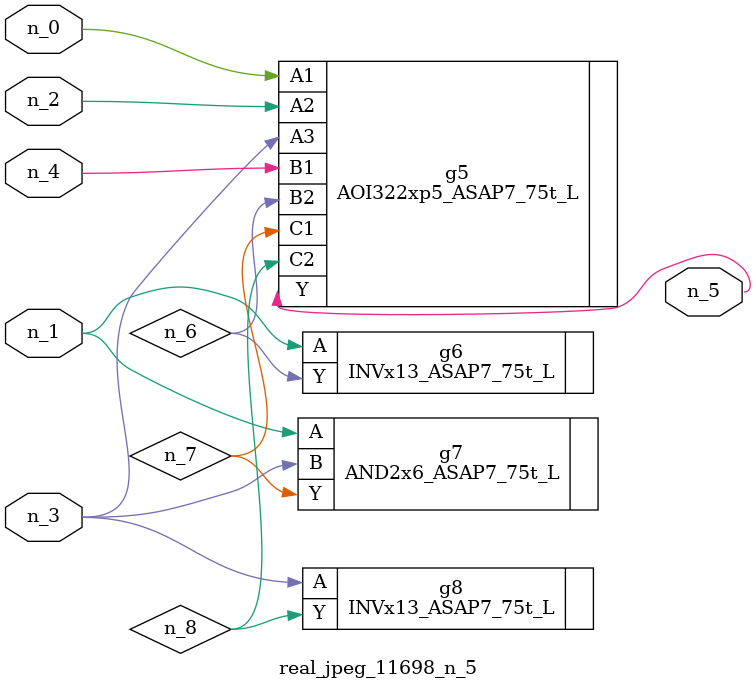
<source format=v>
module real_jpeg_11698_n_5 (n_4, n_0, n_1, n_2, n_3, n_5);

input n_4;
input n_0;
input n_1;
input n_2;
input n_3;

output n_5;

wire n_8;
wire n_6;
wire n_7;

AOI322xp5_ASAP7_75t_L g5 ( 
.A1(n_0),
.A2(n_2),
.A3(n_3),
.B1(n_4),
.B2(n_6),
.C1(n_7),
.C2(n_8),
.Y(n_5)
);

INVx13_ASAP7_75t_L g6 ( 
.A(n_1),
.Y(n_6)
);

AND2x6_ASAP7_75t_L g7 ( 
.A(n_1),
.B(n_3),
.Y(n_7)
);

INVx13_ASAP7_75t_L g8 ( 
.A(n_3),
.Y(n_8)
);


endmodule
</source>
